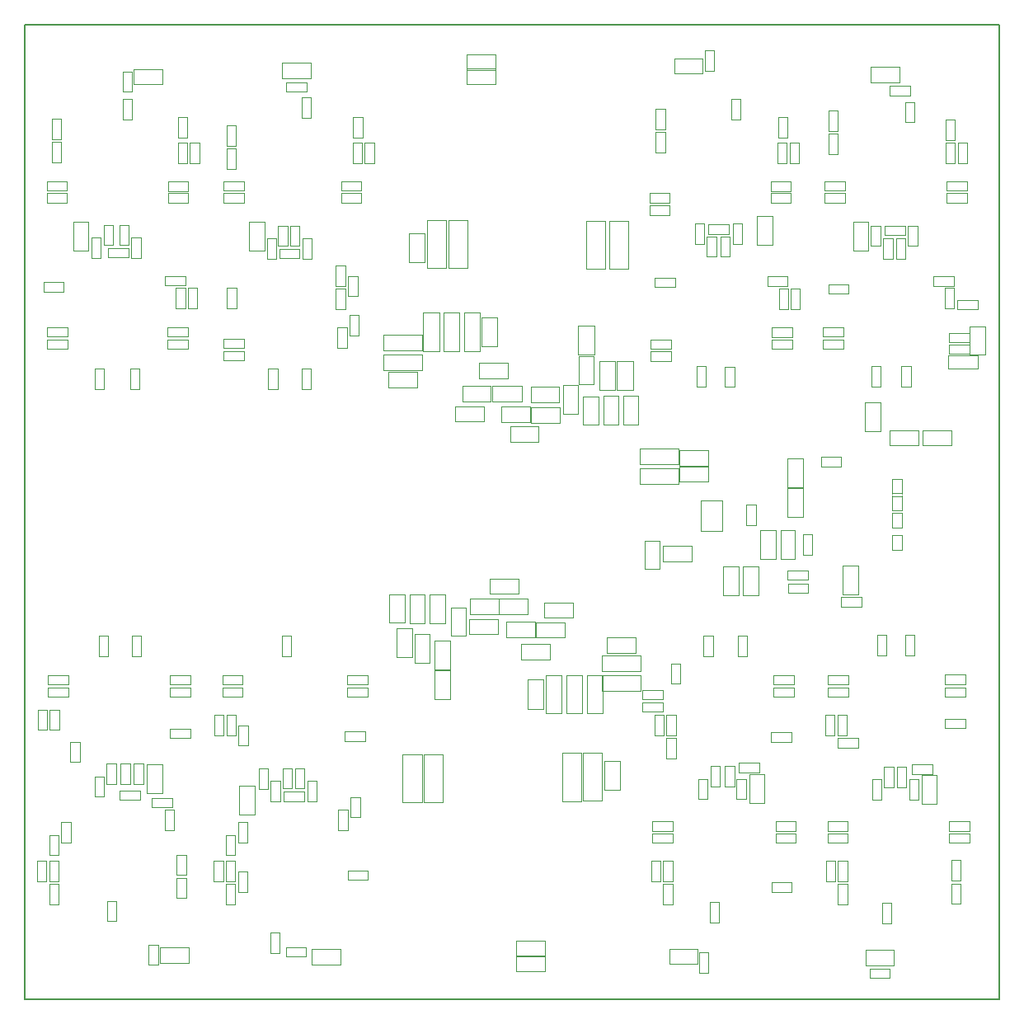
<source format=gbr>
G04 (created by PCBNEW (2013-05-16 BZR 4016)-stable) date 5. 1. 2014 18:13:07*
%MOIN*%
G04 Gerber Fmt 3.4, Leading zero omitted, Abs format*
%FSLAX34Y34*%
G01*
G70*
G90*
G04 APERTURE LIST*
%ADD10C,0.00590551*%
%ADD11C,0.002*%
G04 APERTURE END LIST*
G54D10*
X38779Y-61023D02*
X78149Y-61023D01*
X78149Y-61023D02*
X78149Y-21653D01*
X78149Y-21653D02*
X38779Y-21653D01*
X38779Y-21653D02*
X38779Y-61023D01*
G54D11*
X56666Y-29538D02*
X56666Y-31484D01*
X55892Y-31484D02*
X55892Y-29538D01*
X55892Y-29538D02*
X56666Y-29538D01*
X56666Y-31484D02*
X55892Y-31484D01*
X55800Y-29538D02*
X55800Y-31484D01*
X55026Y-31484D02*
X55026Y-29538D01*
X55026Y-29538D02*
X55800Y-29538D01*
X55800Y-31484D02*
X55026Y-31484D01*
X62237Y-29558D02*
X62237Y-31504D01*
X61463Y-31504D02*
X61463Y-29558D01*
X61463Y-29558D02*
X62237Y-29558D01*
X62237Y-31504D02*
X61463Y-31504D01*
X63162Y-29558D02*
X63162Y-31504D01*
X62388Y-31504D02*
X62388Y-29558D01*
X62388Y-29558D02*
X63162Y-29558D01*
X63162Y-31504D02*
X62388Y-31504D01*
X60498Y-53029D02*
X60498Y-51083D01*
X61272Y-51083D02*
X61272Y-53029D01*
X61272Y-53029D02*
X60498Y-53029D01*
X60498Y-51083D02*
X61272Y-51083D01*
X61325Y-53009D02*
X61325Y-51063D01*
X62099Y-51063D02*
X62099Y-53009D01*
X62099Y-53009D02*
X61325Y-53009D01*
X61325Y-51063D02*
X62099Y-51063D01*
X54888Y-53079D02*
X54888Y-51133D01*
X55662Y-51133D02*
X55662Y-53079D01*
X55662Y-53079D02*
X54888Y-53079D01*
X54888Y-51133D02*
X55662Y-51133D01*
X54042Y-53079D02*
X54042Y-51133D01*
X54816Y-51133D02*
X54816Y-53079D01*
X54816Y-53079D02*
X54042Y-53079D01*
X54042Y-51133D02*
X54816Y-51133D01*
X74215Y-41377D02*
X74215Y-41968D01*
X74215Y-41966D02*
X73835Y-41966D01*
X73835Y-41968D02*
X73835Y-41377D01*
X73835Y-41379D02*
X74215Y-41379D01*
X74215Y-40688D02*
X74215Y-41279D01*
X74215Y-41277D02*
X73835Y-41277D01*
X73835Y-41279D02*
X73835Y-40688D01*
X73835Y-40690D02*
X74215Y-40690D01*
X74225Y-42283D02*
X74225Y-42874D01*
X74225Y-42872D02*
X73845Y-42872D01*
X73845Y-42874D02*
X73845Y-42283D01*
X73845Y-42285D02*
X74225Y-42285D01*
X74215Y-40000D02*
X74215Y-40590D01*
X74215Y-40588D02*
X73835Y-40588D01*
X73835Y-40590D02*
X73835Y-40000D01*
X73835Y-40001D02*
X74215Y-40001D01*
X69894Y-42058D02*
X69894Y-43216D01*
X69894Y-43226D02*
X69337Y-43226D01*
X69337Y-43226D02*
X69337Y-42068D01*
X69337Y-42058D02*
X69894Y-42058D01*
X76113Y-34996D02*
X77271Y-34996D01*
X77281Y-34996D02*
X77281Y-35554D01*
X77281Y-35554D02*
X76123Y-35554D01*
X76113Y-35554D02*
X76113Y-34996D01*
X66099Y-42114D02*
X66099Y-40857D01*
X66099Y-40857D02*
X66951Y-40857D01*
X66951Y-40867D02*
X66951Y-42104D01*
X66951Y-42114D02*
X66099Y-42114D01*
X44338Y-24048D02*
X43180Y-24048D01*
X43180Y-24048D02*
X43180Y-23431D01*
X43180Y-23431D02*
X44338Y-23431D01*
X44338Y-23431D02*
X44338Y-24048D01*
X50332Y-23802D02*
X49174Y-23802D01*
X49174Y-23802D02*
X49174Y-23185D01*
X49174Y-23185D02*
X50332Y-23185D01*
X50332Y-23185D02*
X50332Y-23802D01*
X48448Y-29617D02*
X48448Y-30775D01*
X48448Y-30775D02*
X47831Y-30775D01*
X47831Y-30775D02*
X47831Y-29617D01*
X47831Y-29617D02*
X48448Y-29617D01*
X41331Y-29598D02*
X41331Y-30756D01*
X41331Y-30756D02*
X40715Y-30756D01*
X40715Y-30756D02*
X40715Y-29598D01*
X40715Y-29598D02*
X41331Y-29598D01*
X43707Y-52695D02*
X43707Y-51537D01*
X43707Y-51537D02*
X44324Y-51537D01*
X44324Y-51537D02*
X44324Y-52695D01*
X44324Y-52695D02*
X43707Y-52695D01*
X47437Y-53571D02*
X47437Y-52413D01*
X47437Y-52413D02*
X48054Y-52413D01*
X48054Y-52413D02*
X48054Y-53571D01*
X48054Y-53571D02*
X47437Y-53571D01*
X45391Y-59570D02*
X44233Y-59570D01*
X44233Y-59570D02*
X44233Y-58953D01*
X44233Y-58953D02*
X45391Y-58953D01*
X45391Y-58953D02*
X45391Y-59570D01*
X51523Y-59629D02*
X50365Y-59629D01*
X50365Y-59629D02*
X50365Y-59012D01*
X50365Y-59012D02*
X51523Y-59012D01*
X51523Y-59012D02*
X51523Y-59629D01*
X64814Y-58992D02*
X65972Y-58992D01*
X65972Y-58992D02*
X65972Y-59609D01*
X65972Y-59609D02*
X64814Y-59609D01*
X64814Y-59609D02*
X64814Y-58992D01*
X72747Y-59051D02*
X73905Y-59051D01*
X73905Y-59051D02*
X73905Y-59668D01*
X73905Y-59668D02*
X72747Y-59668D01*
X72747Y-59668D02*
X72747Y-59051D01*
X68057Y-53108D02*
X68057Y-51950D01*
X68057Y-51950D02*
X68674Y-51950D01*
X68674Y-51950D02*
X68674Y-53108D01*
X68674Y-53108D02*
X68057Y-53108D01*
X75016Y-53138D02*
X75016Y-51980D01*
X75016Y-51980D02*
X75633Y-51980D01*
X75633Y-51980D02*
X75633Y-53138D01*
X75633Y-53138D02*
X75016Y-53138D01*
X68989Y-29381D02*
X68989Y-30539D01*
X68989Y-30539D02*
X68372Y-30539D01*
X68372Y-30539D02*
X68372Y-29381D01*
X68372Y-29381D02*
X68989Y-29381D01*
X72867Y-29598D02*
X72867Y-30756D01*
X72867Y-30756D02*
X72250Y-30756D01*
X72250Y-30756D02*
X72250Y-29598D01*
X72250Y-29598D02*
X72867Y-29598D01*
X65021Y-22998D02*
X66179Y-22998D01*
X66179Y-22998D02*
X66179Y-23615D01*
X66179Y-23615D02*
X65021Y-23615D01*
X65021Y-23615D02*
X65021Y-22998D01*
X72974Y-23353D02*
X74132Y-23353D01*
X74132Y-23353D02*
X74132Y-23969D01*
X74132Y-23969D02*
X72974Y-23969D01*
X72974Y-23969D02*
X72974Y-23353D01*
X59091Y-49279D02*
X59091Y-48121D01*
X59091Y-48121D02*
X59727Y-48121D01*
X59727Y-48131D02*
X59727Y-49289D01*
X59727Y-49289D02*
X59091Y-49289D01*
X57240Y-34634D02*
X57240Y-33476D01*
X57240Y-33476D02*
X57877Y-33476D01*
X57877Y-33485D02*
X57877Y-34643D01*
X57877Y-34643D02*
X57240Y-34643D01*
X53476Y-35666D02*
X54634Y-35666D01*
X54634Y-35666D02*
X54634Y-36302D01*
X54624Y-36302D02*
X53466Y-36302D01*
X53466Y-36302D02*
X53466Y-35666D01*
X57803Y-24034D02*
X56645Y-24034D01*
X56645Y-24034D02*
X56645Y-23398D01*
X56655Y-23398D02*
X57813Y-23398D01*
X57813Y-23398D02*
X57813Y-24034D01*
X57803Y-23475D02*
X56645Y-23475D01*
X56645Y-23475D02*
X56645Y-22839D01*
X56655Y-22839D02*
X57813Y-22839D01*
X57813Y-22839D02*
X57813Y-23475D01*
X58633Y-58677D02*
X59791Y-58677D01*
X59791Y-58677D02*
X59791Y-59314D01*
X59781Y-59314D02*
X58623Y-59314D01*
X58623Y-59314D02*
X58623Y-58677D01*
X58633Y-59268D02*
X59791Y-59268D01*
X59791Y-59268D02*
X59791Y-59904D01*
X59781Y-59904D02*
X58623Y-59904D01*
X58623Y-59904D02*
X58623Y-59268D01*
X66386Y-39491D02*
X65228Y-39491D01*
X65228Y-39491D02*
X65228Y-38855D01*
X65237Y-38855D02*
X66395Y-38855D01*
X66395Y-38855D02*
X66395Y-39491D01*
X66386Y-40101D02*
X65228Y-40101D01*
X65228Y-40101D02*
X65228Y-39465D01*
X65237Y-39465D02*
X66395Y-39465D01*
X66395Y-39465D02*
X66395Y-40101D01*
X64578Y-42693D02*
X65736Y-42693D01*
X65736Y-42693D02*
X65736Y-43329D01*
X65726Y-43329D02*
X64568Y-43329D01*
X64568Y-43329D02*
X64568Y-42693D01*
X57940Y-44840D02*
X59098Y-44840D01*
X59098Y-44840D02*
X59098Y-45477D01*
X59088Y-45477D02*
X57930Y-45477D01*
X57930Y-45477D02*
X57930Y-44840D01*
X57909Y-45469D02*
X56751Y-45469D01*
X56751Y-45469D02*
X56751Y-44832D01*
X56760Y-44832D02*
X57918Y-44832D01*
X57918Y-44832D02*
X57918Y-45469D01*
X53796Y-47193D02*
X53796Y-46035D01*
X53796Y-46035D02*
X54432Y-46035D01*
X54432Y-46045D02*
X54432Y-47203D01*
X54432Y-47203D02*
X53796Y-47203D01*
X62181Y-52557D02*
X62181Y-51399D01*
X62181Y-51399D02*
X62818Y-51399D01*
X62818Y-51409D02*
X62818Y-52567D01*
X62818Y-52567D02*
X62181Y-52567D01*
X58854Y-46666D02*
X60012Y-46666D01*
X60012Y-46666D02*
X60012Y-47303D01*
X60002Y-47303D02*
X58844Y-47303D01*
X58844Y-47303D02*
X58844Y-46666D01*
X62295Y-46414D02*
X63453Y-46414D01*
X63453Y-46414D02*
X63453Y-47050D01*
X63443Y-47050D02*
X62285Y-47050D01*
X62285Y-47050D02*
X62285Y-46414D01*
X58243Y-45784D02*
X59401Y-45784D01*
X59401Y-45784D02*
X59401Y-46421D01*
X59391Y-46421D02*
X58233Y-46421D01*
X58233Y-46421D02*
X58233Y-45784D01*
X55963Y-47753D02*
X55963Y-48911D01*
X55963Y-48911D02*
X55326Y-48911D01*
X55326Y-48901D02*
X55326Y-47743D01*
X55326Y-47743D02*
X55963Y-47743D01*
X59201Y-37693D02*
X58043Y-37693D01*
X58043Y-37693D02*
X58043Y-37056D01*
X58052Y-37056D02*
X59210Y-37056D01*
X59210Y-37056D02*
X59210Y-37693D01*
X59247Y-37103D02*
X60405Y-37103D01*
X60405Y-37103D02*
X60405Y-37740D01*
X60395Y-37740D02*
X59237Y-37740D01*
X59237Y-37740D02*
X59237Y-37103D01*
X63349Y-35247D02*
X63349Y-36405D01*
X63349Y-36405D02*
X62713Y-36405D01*
X62713Y-36395D02*
X62713Y-35237D01*
X62713Y-35237D02*
X63349Y-35237D01*
X54924Y-30090D02*
X54924Y-31248D01*
X54924Y-31248D02*
X54288Y-31248D01*
X54288Y-31238D02*
X54288Y-30080D01*
X54288Y-30080D02*
X54924Y-30080D01*
X58303Y-35953D02*
X57145Y-35953D01*
X57145Y-35953D02*
X57145Y-35316D01*
X57154Y-35316D02*
X58312Y-35316D01*
X58312Y-35316D02*
X58312Y-35953D01*
X58838Y-36866D02*
X57680Y-36866D01*
X57680Y-36866D02*
X57680Y-36229D01*
X57689Y-36229D02*
X58847Y-36229D01*
X58847Y-36229D02*
X58847Y-36866D01*
X61145Y-34978D02*
X61145Y-33820D01*
X61145Y-33820D02*
X61782Y-33820D01*
X61782Y-33829D02*
X61782Y-34987D01*
X61782Y-34987D02*
X61145Y-34987D01*
X63633Y-39563D02*
X65185Y-39563D01*
X65185Y-40199D02*
X63633Y-40199D01*
X63633Y-40199D02*
X63633Y-39563D01*
X65185Y-39563D02*
X65185Y-40199D01*
X63633Y-38756D02*
X65185Y-38756D01*
X65185Y-39392D02*
X63633Y-39392D01*
X63633Y-39392D02*
X63633Y-38756D01*
X65185Y-38756D02*
X65185Y-39392D01*
X60475Y-47924D02*
X60475Y-49476D01*
X59839Y-49476D02*
X59839Y-47924D01*
X59839Y-47924D02*
X60475Y-47924D01*
X60475Y-49476D02*
X59839Y-49476D01*
X61302Y-47924D02*
X61302Y-49476D01*
X60666Y-49476D02*
X60666Y-47924D01*
X60666Y-47924D02*
X61302Y-47924D01*
X61302Y-49476D02*
X60666Y-49476D01*
X62129Y-47924D02*
X62129Y-49476D01*
X61492Y-49476D02*
X61492Y-47924D01*
X61492Y-47924D02*
X62129Y-47924D01*
X62129Y-49476D02*
X61492Y-49476D01*
X62098Y-47949D02*
X63650Y-47949D01*
X63650Y-48585D02*
X62098Y-48585D01*
X62098Y-48585D02*
X62098Y-47949D01*
X63650Y-47949D02*
X63650Y-48585D01*
X62098Y-47122D02*
X63650Y-47122D01*
X63650Y-47759D02*
X62098Y-47759D01*
X62098Y-47759D02*
X62098Y-47122D01*
X63650Y-47122D02*
X63650Y-47759D01*
X56532Y-34831D02*
X56532Y-33279D01*
X57168Y-33279D02*
X57168Y-34831D01*
X57168Y-34831D02*
X56532Y-34831D01*
X56532Y-33279D02*
X57168Y-33279D01*
X55705Y-34831D02*
X55705Y-33279D01*
X56341Y-33279D02*
X56341Y-34831D01*
X56341Y-34831D02*
X55705Y-34831D01*
X55705Y-33279D02*
X56341Y-33279D01*
X54878Y-34831D02*
X54878Y-33279D01*
X55514Y-33279D02*
X55514Y-34831D01*
X55514Y-34831D02*
X54878Y-34831D01*
X54878Y-33279D02*
X55514Y-33279D01*
X54831Y-34806D02*
X53279Y-34806D01*
X53279Y-34170D02*
X54831Y-34170D01*
X54831Y-34170D02*
X54831Y-34806D01*
X53279Y-34806D02*
X53279Y-34170D01*
X54831Y-35593D02*
X53279Y-35593D01*
X53279Y-34957D02*
X54831Y-34957D01*
X54831Y-34957D02*
X54831Y-35593D01*
X53279Y-35593D02*
X53279Y-34957D01*
X68418Y-43535D02*
X68418Y-44693D01*
X68418Y-44693D02*
X67801Y-44693D01*
X67801Y-44693D02*
X67801Y-43535D01*
X67801Y-43535D02*
X68418Y-43535D01*
X67621Y-43535D02*
X67621Y-44693D01*
X67621Y-44693D02*
X67004Y-44693D01*
X67004Y-44693D02*
X67004Y-43535D01*
X67004Y-43535D02*
X67621Y-43535D01*
X72453Y-43515D02*
X72453Y-44673D01*
X72453Y-44673D02*
X71837Y-44673D01*
X71837Y-44673D02*
X71837Y-43515D01*
X71837Y-43515D02*
X72453Y-43515D01*
X68510Y-43226D02*
X68510Y-42068D01*
X68510Y-42068D02*
X69127Y-42068D01*
X69127Y-42068D02*
X69127Y-43226D01*
X69127Y-43226D02*
X68510Y-43226D01*
X76975Y-34988D02*
X76975Y-33830D01*
X76975Y-33830D02*
X77591Y-33830D01*
X77591Y-33830D02*
X77591Y-34988D01*
X77591Y-34988D02*
X76975Y-34988D01*
X73359Y-36901D02*
X73359Y-38059D01*
X73359Y-38059D02*
X72742Y-38059D01*
X72742Y-38059D02*
X72742Y-36901D01*
X72742Y-36901D02*
X73359Y-36901D01*
X75070Y-38038D02*
X76228Y-38038D01*
X76228Y-38038D02*
X76228Y-38654D01*
X76228Y-38654D02*
X75070Y-38654D01*
X75070Y-38654D02*
X75070Y-38038D01*
X74890Y-38654D02*
X73732Y-38654D01*
X73732Y-38654D02*
X73732Y-38038D01*
X73732Y-38038D02*
X74890Y-38038D01*
X74890Y-38038D02*
X74890Y-38654D01*
X70219Y-39184D02*
X70219Y-40342D01*
X70219Y-40342D02*
X69603Y-40342D01*
X69603Y-40342D02*
X69603Y-39184D01*
X69603Y-39184D02*
X70219Y-39184D01*
X70219Y-40385D02*
X70219Y-41543D01*
X70219Y-41543D02*
X69603Y-41543D01*
X69603Y-41543D02*
X69603Y-40385D01*
X69603Y-40385D02*
X70219Y-40385D01*
X64442Y-42491D02*
X64442Y-43649D01*
X64442Y-43649D02*
X63825Y-43649D01*
X63825Y-43649D02*
X63825Y-42491D01*
X63825Y-42491D02*
X64442Y-42491D01*
X56611Y-45194D02*
X56611Y-46352D01*
X56611Y-46352D02*
X55994Y-46352D01*
X55994Y-46352D02*
X55994Y-45194D01*
X55994Y-45194D02*
X56611Y-45194D01*
X54521Y-47438D02*
X54521Y-46280D01*
X54521Y-46280D02*
X55138Y-46280D01*
X55138Y-46280D02*
X55138Y-47438D01*
X55138Y-47438D02*
X54521Y-47438D01*
X54324Y-45824D02*
X54324Y-44666D01*
X54324Y-44666D02*
X54941Y-44666D01*
X54941Y-44666D02*
X54941Y-45824D01*
X54941Y-45824D02*
X54324Y-45824D01*
X57574Y-44031D02*
X58732Y-44031D01*
X58732Y-44031D02*
X58732Y-44648D01*
X58732Y-44648D02*
X57574Y-44648D01*
X57574Y-44648D02*
X57574Y-44031D01*
X54119Y-44662D02*
X54119Y-45820D01*
X54119Y-45820D02*
X53502Y-45820D01*
X53502Y-45820D02*
X53502Y-44662D01*
X53502Y-44662D02*
X54119Y-44662D01*
X55131Y-45824D02*
X55131Y-44666D01*
X55131Y-44666D02*
X55748Y-44666D01*
X55748Y-44666D02*
X55748Y-45824D01*
X55748Y-45824D02*
X55131Y-45824D01*
X55961Y-46532D02*
X55961Y-47690D01*
X55961Y-47690D02*
X55344Y-47690D01*
X55344Y-47690D02*
X55344Y-46532D01*
X55344Y-46532D02*
X55961Y-46532D01*
X59779Y-44995D02*
X60937Y-44995D01*
X60937Y-44995D02*
X60937Y-45612D01*
X60937Y-45612D02*
X59779Y-45612D01*
X59779Y-45612D02*
X59779Y-44995D01*
X59440Y-45794D02*
X60598Y-45794D01*
X60598Y-45794D02*
X60598Y-46411D01*
X60598Y-46411D02*
X59440Y-46411D01*
X59440Y-46411D02*
X59440Y-45794D01*
X57890Y-46278D02*
X56732Y-46278D01*
X56732Y-46278D02*
X56732Y-45661D01*
X56732Y-45661D02*
X57890Y-45661D01*
X57890Y-45661D02*
X57890Y-46278D01*
X60525Y-37379D02*
X60525Y-36221D01*
X60525Y-36221D02*
X61142Y-36221D01*
X61142Y-36221D02*
X61142Y-37379D01*
X61142Y-37379D02*
X60525Y-37379D01*
X62615Y-35233D02*
X62615Y-36391D01*
X62615Y-36391D02*
X61998Y-36391D01*
X61998Y-36391D02*
X61998Y-35233D01*
X61998Y-35233D02*
X62615Y-35233D01*
X62772Y-36631D02*
X62772Y-37789D01*
X62772Y-37789D02*
X62155Y-37789D01*
X62155Y-37789D02*
X62155Y-36631D01*
X62155Y-36631D02*
X62772Y-36631D01*
X59543Y-38502D02*
X58385Y-38502D01*
X58385Y-38502D02*
X58385Y-37885D01*
X58385Y-37885D02*
X59543Y-37885D01*
X59543Y-37885D02*
X59543Y-38502D01*
X62958Y-37793D02*
X62958Y-36635D01*
X62958Y-36635D02*
X63575Y-36635D01*
X63575Y-36635D02*
X63575Y-37793D01*
X63575Y-37793D02*
X62958Y-37793D01*
X61953Y-36662D02*
X61953Y-37820D01*
X61953Y-37820D02*
X61336Y-37820D01*
X61336Y-37820D02*
X61336Y-36662D01*
X61336Y-36662D02*
X61953Y-36662D01*
X61147Y-36186D02*
X61147Y-35028D01*
X61147Y-35028D02*
X61764Y-35028D01*
X61764Y-35028D02*
X61764Y-36186D01*
X61764Y-36186D02*
X61147Y-36186D01*
X57327Y-37683D02*
X56169Y-37683D01*
X56169Y-37683D02*
X56169Y-37066D01*
X56169Y-37066D02*
X57327Y-37066D01*
X57327Y-37066D02*
X57327Y-37683D01*
X57606Y-36856D02*
X56448Y-36856D01*
X56448Y-36856D02*
X56448Y-36239D01*
X56448Y-36239D02*
X57606Y-36239D01*
X57606Y-36239D02*
X57606Y-36856D01*
X59220Y-36287D02*
X60378Y-36287D01*
X60378Y-36287D02*
X60378Y-36904D01*
X60378Y-36904D02*
X59220Y-36904D01*
X59220Y-36904D02*
X59220Y-36287D01*
X70613Y-42235D02*
X70613Y-43059D01*
X70613Y-43059D02*
X70233Y-43059D01*
X70233Y-43059D02*
X70233Y-42235D01*
X70233Y-42235D02*
X70613Y-42235D01*
X71773Y-44780D02*
X72596Y-44780D01*
X72596Y-44780D02*
X72596Y-45160D01*
X72596Y-45160D02*
X71773Y-45160D01*
X71773Y-45160D02*
X71773Y-44780D01*
X69617Y-44239D02*
X70441Y-44239D01*
X70441Y-44239D02*
X70441Y-44619D01*
X70441Y-44619D02*
X69617Y-44619D01*
X69617Y-44619D02*
X69617Y-44239D01*
X43556Y-51507D02*
X43556Y-52330D01*
X43556Y-52330D02*
X43176Y-52330D01*
X43176Y-52330D02*
X43176Y-51507D01*
X43176Y-51507D02*
X43556Y-51507D01*
X49233Y-52644D02*
X50057Y-52644D01*
X50057Y-52644D02*
X50057Y-53024D01*
X50057Y-53024D02*
X49233Y-53024D01*
X49233Y-53024D02*
X49233Y-52644D01*
X44156Y-58830D02*
X44156Y-59653D01*
X44156Y-59653D02*
X43776Y-59653D01*
X43776Y-59653D02*
X43776Y-58830D01*
X43776Y-58830D02*
X44156Y-58830D01*
X50145Y-59314D02*
X49322Y-59314D01*
X49322Y-59314D02*
X49322Y-58934D01*
X49322Y-58934D02*
X50145Y-58934D01*
X50145Y-58934D02*
X50145Y-59314D01*
X68462Y-51863D02*
X67639Y-51863D01*
X67639Y-51863D02*
X67639Y-51483D01*
X67639Y-51483D02*
X68462Y-51483D01*
X68462Y-51483D02*
X68462Y-51863D01*
X75460Y-51922D02*
X74637Y-51922D01*
X74637Y-51922D02*
X74637Y-51542D01*
X74637Y-51542D02*
X75460Y-51542D01*
X75460Y-51542D02*
X75460Y-51922D01*
X66410Y-59155D02*
X66410Y-59978D01*
X66410Y-59978D02*
X66030Y-59978D01*
X66030Y-59978D02*
X66030Y-59155D01*
X66030Y-59155D02*
X66410Y-59155D01*
X73738Y-60170D02*
X72915Y-60170D01*
X72915Y-60170D02*
X72915Y-59790D01*
X72915Y-59790D02*
X73738Y-59790D01*
X73738Y-59790D02*
X73738Y-60170D01*
X73525Y-29770D02*
X74348Y-29770D01*
X74348Y-29770D02*
X74348Y-30150D01*
X74348Y-30150D02*
X73525Y-30150D01*
X73525Y-30150D02*
X73525Y-29770D01*
X67222Y-30091D02*
X66399Y-30091D01*
X66399Y-30091D02*
X66399Y-29711D01*
X66399Y-29711D02*
X67222Y-29711D01*
X67222Y-29711D02*
X67222Y-30091D01*
X73732Y-24111D02*
X74555Y-24111D01*
X74555Y-24111D02*
X74555Y-24491D01*
X74555Y-24491D02*
X73732Y-24491D01*
X73732Y-24491D02*
X73732Y-24111D01*
X66266Y-23512D02*
X66266Y-22688D01*
X66266Y-22688D02*
X66646Y-22688D01*
X66646Y-22688D02*
X66646Y-23512D01*
X66646Y-23512D02*
X66266Y-23512D01*
X49880Y-31075D02*
X49056Y-31075D01*
X49056Y-31075D02*
X49056Y-30695D01*
X49056Y-30695D02*
X49880Y-30695D01*
X49880Y-30695D02*
X49880Y-31075D01*
X42127Y-30656D02*
X42951Y-30656D01*
X42951Y-30656D02*
X42951Y-31036D01*
X42951Y-31036D02*
X42127Y-31036D01*
X42127Y-31036D02*
X42127Y-30656D01*
X49332Y-23963D02*
X50155Y-23963D01*
X50155Y-23963D02*
X50155Y-24343D01*
X50155Y-24343D02*
X49332Y-24343D01*
X49332Y-24343D02*
X49332Y-23963D01*
X43103Y-23525D02*
X43103Y-24348D01*
X43103Y-24348D02*
X42723Y-24348D01*
X42723Y-24348D02*
X42723Y-23525D01*
X42723Y-23525D02*
X43103Y-23525D01*
X68319Y-41045D02*
X68319Y-41868D01*
X68319Y-41868D02*
X67939Y-41868D01*
X67939Y-41868D02*
X67939Y-41045D01*
X67939Y-41045D02*
X68319Y-41045D01*
X70956Y-39111D02*
X71779Y-39111D01*
X71779Y-39111D02*
X71779Y-39491D01*
X71779Y-39491D02*
X70956Y-39491D01*
X70956Y-39491D02*
X70956Y-39111D01*
X41758Y-47163D02*
X41758Y-46340D01*
X41758Y-46340D02*
X42138Y-46340D01*
X42138Y-46340D02*
X42138Y-47163D01*
X42138Y-47163D02*
X41758Y-47163D01*
X40987Y-50631D02*
X40987Y-51454D01*
X40987Y-51454D02*
X40607Y-51454D01*
X40607Y-51454D02*
X40607Y-50631D01*
X40607Y-50631D02*
X40987Y-50631D01*
X40529Y-48812D02*
X39706Y-48812D01*
X39706Y-48812D02*
X39706Y-48432D01*
X39706Y-48432D02*
X40529Y-48432D01*
X40529Y-48432D02*
X40529Y-48812D01*
X43423Y-52975D02*
X42600Y-52975D01*
X42600Y-52975D02*
X42600Y-52595D01*
X42600Y-52595D02*
X43423Y-52595D01*
X43423Y-52595D02*
X43423Y-52975D01*
X44627Y-48432D02*
X45451Y-48432D01*
X45451Y-48432D02*
X45451Y-48812D01*
X45451Y-48812D02*
X44627Y-48812D01*
X44627Y-48812D02*
X44627Y-48432D01*
X44627Y-50105D02*
X45451Y-50105D01*
X45451Y-50105D02*
X45451Y-50485D01*
X45451Y-50485D02*
X44627Y-50485D01*
X44627Y-50485D02*
X44627Y-50105D01*
X43024Y-51517D02*
X43024Y-52340D01*
X43024Y-52340D02*
X42644Y-52340D01*
X42644Y-52340D02*
X42644Y-51517D01*
X42644Y-51517D02*
X43024Y-51517D01*
X42453Y-51517D02*
X42453Y-52340D01*
X42453Y-52340D02*
X42073Y-52340D01*
X42073Y-52340D02*
X42073Y-51517D01*
X42073Y-51517D02*
X42453Y-51517D01*
X40160Y-49322D02*
X40160Y-50145D01*
X40160Y-50145D02*
X39780Y-50145D01*
X39780Y-50145D02*
X39780Y-49322D01*
X39780Y-49322D02*
X40160Y-49322D01*
X40529Y-48319D02*
X39706Y-48319D01*
X39706Y-48319D02*
X39706Y-47939D01*
X39706Y-47939D02*
X40529Y-47939D01*
X40529Y-47939D02*
X40529Y-48319D01*
X44627Y-47939D02*
X45451Y-47939D01*
X45451Y-47939D02*
X45451Y-48319D01*
X45451Y-48319D02*
X44627Y-48319D01*
X44627Y-48319D02*
X44627Y-47939D01*
X51704Y-50213D02*
X52527Y-50213D01*
X52527Y-50213D02*
X52527Y-50593D01*
X52527Y-50593D02*
X51704Y-50593D01*
X51704Y-50593D02*
X51704Y-50213D01*
X47577Y-48812D02*
X46753Y-48812D01*
X46753Y-48812D02*
X46753Y-48432D01*
X46753Y-48432D02*
X47577Y-48432D01*
X47577Y-48432D02*
X47577Y-48812D01*
X48595Y-51704D02*
X48595Y-52527D01*
X48595Y-52527D02*
X48215Y-52527D01*
X48215Y-52527D02*
X48215Y-51704D01*
X48215Y-51704D02*
X48595Y-51704D01*
X49160Y-47163D02*
X49160Y-46340D01*
X49160Y-46340D02*
X49540Y-46340D01*
X49540Y-46340D02*
X49540Y-47163D01*
X49540Y-47163D02*
X49160Y-47163D01*
X51812Y-48432D02*
X52636Y-48432D01*
X52636Y-48432D02*
X52636Y-48812D01*
X52636Y-48812D02*
X51812Y-48812D01*
X51812Y-48812D02*
X51812Y-48432D01*
X47788Y-49962D02*
X47788Y-50785D01*
X47788Y-50785D02*
X47408Y-50785D01*
X47408Y-50785D02*
X47408Y-49962D01*
X47408Y-49962D02*
X47788Y-49962D01*
X50071Y-51694D02*
X50071Y-52517D01*
X50071Y-52517D02*
X49691Y-52517D01*
X49691Y-52517D02*
X49691Y-51694D01*
X49691Y-51694D02*
X50071Y-51694D01*
X49579Y-51694D02*
X49579Y-52517D01*
X49579Y-52517D02*
X49199Y-52517D01*
X49199Y-52517D02*
X49199Y-51694D01*
X49199Y-51694D02*
X49579Y-51694D01*
X47296Y-49548D02*
X47296Y-50372D01*
X47296Y-50372D02*
X46916Y-50372D01*
X46916Y-50372D02*
X46916Y-49548D01*
X46916Y-49548D02*
X47296Y-49548D01*
X47577Y-48319D02*
X46753Y-48319D01*
X46753Y-48319D02*
X46753Y-47939D01*
X46753Y-47939D02*
X47577Y-47939D01*
X47577Y-47939D02*
X47577Y-48319D01*
X51812Y-47939D02*
X52636Y-47939D01*
X52636Y-47939D02*
X52636Y-48319D01*
X52636Y-48319D02*
X51812Y-48319D01*
X51812Y-48319D02*
X51812Y-47939D01*
X42473Y-57058D02*
X42473Y-57882D01*
X42473Y-57882D02*
X42093Y-57882D01*
X42093Y-57882D02*
X42093Y-57058D01*
X42093Y-57058D02*
X42473Y-57058D01*
X39750Y-57203D02*
X39750Y-56379D01*
X39750Y-56379D02*
X40130Y-56379D01*
X40130Y-56379D02*
X40130Y-57203D01*
X40130Y-57203D02*
X39750Y-57203D01*
X39750Y-55214D02*
X39750Y-54391D01*
X39750Y-54391D02*
X40130Y-54391D01*
X40130Y-54391D02*
X40130Y-55214D01*
X40130Y-55214D02*
X39750Y-55214D01*
X41581Y-52852D02*
X41581Y-52029D01*
X41581Y-52029D02*
X41961Y-52029D01*
X41961Y-52029D02*
X41961Y-52852D01*
X41961Y-52852D02*
X41581Y-52852D01*
X43909Y-52890D02*
X44732Y-52890D01*
X44732Y-52890D02*
X44732Y-53270D01*
X44732Y-53270D02*
X43909Y-53270D01*
X43909Y-53270D02*
X43909Y-52890D01*
X43097Y-47163D02*
X43097Y-46340D01*
X43097Y-46340D02*
X43477Y-46340D01*
X43477Y-46340D02*
X43477Y-47163D01*
X43477Y-47163D02*
X43097Y-47163D01*
X44908Y-56947D02*
X44908Y-56123D01*
X44908Y-56123D02*
X45288Y-56123D01*
X45288Y-56123D02*
X45288Y-56947D01*
X45288Y-56947D02*
X44908Y-56947D01*
X45288Y-55198D02*
X45288Y-56021D01*
X45288Y-56021D02*
X44908Y-56021D01*
X44908Y-56021D02*
X44908Y-55198D01*
X44908Y-55198D02*
X45288Y-55198D01*
X40130Y-55454D02*
X40130Y-56277D01*
X40130Y-56277D02*
X39750Y-56277D01*
X39750Y-56277D02*
X39750Y-55454D01*
X39750Y-55454D02*
X40130Y-55454D01*
X40623Y-53879D02*
X40623Y-54703D01*
X40623Y-54703D02*
X40243Y-54703D01*
X40243Y-54703D02*
X40243Y-53879D01*
X40243Y-53879D02*
X40623Y-53879D01*
X44432Y-54191D02*
X44432Y-53367D01*
X44432Y-53367D02*
X44812Y-53367D01*
X44812Y-53367D02*
X44812Y-54191D01*
X44812Y-54191D02*
X44432Y-54191D01*
X51822Y-55823D02*
X52645Y-55823D01*
X52645Y-55823D02*
X52645Y-56203D01*
X52645Y-56203D02*
X51822Y-56203D01*
X51822Y-56203D02*
X51822Y-55823D01*
X46896Y-57203D02*
X46896Y-56379D01*
X46896Y-56379D02*
X47276Y-56379D01*
X47276Y-56379D02*
X47276Y-57203D01*
X47276Y-57203D02*
X46896Y-57203D01*
X46896Y-55214D02*
X46896Y-54391D01*
X46896Y-54391D02*
X47276Y-54391D01*
X47276Y-54391D02*
X47276Y-55214D01*
X47276Y-55214D02*
X46896Y-55214D01*
X50184Y-53029D02*
X50184Y-52206D01*
X50184Y-52206D02*
X50564Y-52206D01*
X50564Y-52206D02*
X50564Y-53029D01*
X50564Y-53029D02*
X50184Y-53029D01*
X52315Y-52856D02*
X52315Y-53679D01*
X52315Y-53679D02*
X51935Y-53679D01*
X51935Y-53679D02*
X51935Y-52856D01*
X51935Y-52856D02*
X52315Y-52856D01*
X47768Y-55867D02*
X47768Y-56691D01*
X47768Y-56691D02*
X47388Y-56691D01*
X47388Y-56691D02*
X47388Y-55867D01*
X47388Y-55867D02*
X47768Y-55867D01*
X48707Y-53029D02*
X48707Y-52206D01*
X48707Y-52206D02*
X49087Y-52206D01*
X49087Y-52206D02*
X49087Y-53029D01*
X49087Y-53029D02*
X48707Y-53029D01*
X49077Y-58338D02*
X49077Y-59161D01*
X49077Y-59161D02*
X48697Y-59161D01*
X48697Y-59161D02*
X48697Y-58338D01*
X48697Y-58338D02*
X49077Y-58338D01*
X47276Y-55454D02*
X47276Y-56277D01*
X47276Y-56277D02*
X46896Y-56277D01*
X46896Y-56277D02*
X46896Y-55454D01*
X46896Y-55454D02*
X47276Y-55454D01*
X47768Y-53879D02*
X47768Y-54703D01*
X47768Y-54703D02*
X47388Y-54703D01*
X47388Y-54703D02*
X47388Y-53879D01*
X47388Y-53879D02*
X47768Y-53879D01*
X51443Y-54191D02*
X51443Y-53367D01*
X51443Y-53367D02*
X51823Y-53367D01*
X51823Y-53367D02*
X51823Y-54191D01*
X51823Y-54191D02*
X51443Y-54191D01*
X67546Y-52951D02*
X67546Y-52127D01*
X67546Y-52127D02*
X67926Y-52127D01*
X67926Y-52127D02*
X67926Y-52951D01*
X67926Y-52951D02*
X67546Y-52951D01*
X64565Y-48910D02*
X63741Y-48910D01*
X63741Y-48910D02*
X63741Y-48530D01*
X63741Y-48530D02*
X64565Y-48530D01*
X64565Y-48530D02*
X64565Y-48910D01*
X67585Y-47163D02*
X67585Y-46340D01*
X67585Y-46340D02*
X67965Y-46340D01*
X67965Y-46340D02*
X67965Y-47163D01*
X67965Y-47163D02*
X67585Y-47163D01*
X66207Y-47163D02*
X66207Y-46340D01*
X66207Y-46340D02*
X66587Y-46340D01*
X66587Y-46340D02*
X66587Y-47163D01*
X66587Y-47163D02*
X66207Y-47163D01*
X69037Y-48432D02*
X69860Y-48432D01*
X69860Y-48432D02*
X69860Y-48812D01*
X69860Y-48812D02*
X69037Y-48812D01*
X69037Y-48812D02*
X69037Y-48432D01*
X64711Y-51297D02*
X64711Y-50474D01*
X64711Y-50474D02*
X65091Y-50474D01*
X65091Y-50474D02*
X65091Y-51297D01*
X65091Y-51297D02*
X64711Y-51297D01*
X67453Y-51615D02*
X67453Y-52439D01*
X67453Y-52439D02*
X67073Y-52439D01*
X67073Y-52439D02*
X67073Y-51615D01*
X67073Y-51615D02*
X67453Y-51615D01*
X66863Y-51615D02*
X66863Y-52439D01*
X66863Y-52439D02*
X66483Y-52439D01*
X66483Y-52439D02*
X66483Y-51615D01*
X66483Y-51615D02*
X66863Y-51615D01*
X65091Y-49548D02*
X65091Y-50372D01*
X65091Y-50372D02*
X64711Y-50372D01*
X64711Y-50372D02*
X64711Y-49548D01*
X64711Y-49548D02*
X65091Y-49548D01*
X64888Y-48285D02*
X64888Y-47462D01*
X64888Y-47462D02*
X65268Y-47462D01*
X65268Y-47462D02*
X65268Y-48285D01*
X65268Y-48285D02*
X64888Y-48285D01*
X69037Y-47939D02*
X69860Y-47939D01*
X69860Y-47939D02*
X69860Y-48319D01*
X69860Y-48319D02*
X69037Y-48319D01*
X69037Y-48319D02*
X69037Y-47939D01*
X74514Y-52970D02*
X74514Y-52147D01*
X74514Y-52147D02*
X74894Y-52147D01*
X74894Y-52147D02*
X74894Y-52970D01*
X74894Y-52970D02*
X74514Y-52970D01*
X74357Y-47143D02*
X74357Y-46320D01*
X74357Y-46320D02*
X74737Y-46320D01*
X74737Y-46320D02*
X74737Y-47143D01*
X74737Y-47143D02*
X74357Y-47143D01*
X72065Y-48812D02*
X71241Y-48812D01*
X71241Y-48812D02*
X71241Y-48432D01*
X71241Y-48432D02*
X72065Y-48432D01*
X72065Y-48432D02*
X72065Y-48812D01*
X73215Y-47143D02*
X73215Y-46320D01*
X73215Y-46320D02*
X73595Y-46320D01*
X73595Y-46320D02*
X73595Y-47143D01*
X73595Y-47143D02*
X73215Y-47143D01*
X75966Y-48432D02*
X76789Y-48432D01*
X76789Y-48432D02*
X76789Y-48812D01*
X76789Y-48812D02*
X75966Y-48812D01*
X75966Y-48812D02*
X75966Y-48432D01*
X72449Y-50859D02*
X71625Y-50859D01*
X71625Y-50859D02*
X71625Y-50479D01*
X71625Y-50479D02*
X72449Y-50479D01*
X72449Y-50479D02*
X72449Y-50859D01*
X74402Y-51635D02*
X74402Y-52458D01*
X74402Y-52458D02*
X74022Y-52458D01*
X74022Y-52458D02*
X74022Y-51635D01*
X74022Y-51635D02*
X74402Y-51635D01*
X73890Y-51635D02*
X73890Y-52458D01*
X73890Y-52458D02*
X73510Y-52458D01*
X73510Y-52458D02*
X73510Y-51635D01*
X73510Y-51635D02*
X73890Y-51635D01*
X72001Y-49548D02*
X72001Y-50372D01*
X72001Y-50372D02*
X71621Y-50372D01*
X71621Y-50372D02*
X71621Y-49548D01*
X71621Y-49548D02*
X72001Y-49548D01*
X72065Y-48319D02*
X71241Y-48319D01*
X71241Y-48319D02*
X71241Y-47939D01*
X71241Y-47939D02*
X72065Y-47939D01*
X72065Y-47939D02*
X72065Y-48319D01*
X75966Y-47920D02*
X76789Y-47920D01*
X76789Y-47920D02*
X76789Y-48300D01*
X76789Y-48300D02*
X75966Y-48300D01*
X75966Y-48300D02*
X75966Y-47920D01*
X68948Y-56315D02*
X69771Y-56315D01*
X69771Y-56315D02*
X69771Y-56695D01*
X69771Y-56695D02*
X68948Y-56695D01*
X68948Y-56695D02*
X68948Y-56315D01*
X64565Y-49402D02*
X63741Y-49402D01*
X63741Y-49402D02*
X63741Y-49022D01*
X63741Y-49022D02*
X64565Y-49022D01*
X64565Y-49022D02*
X64565Y-49402D01*
X64958Y-54717D02*
X64135Y-54717D01*
X64135Y-54717D02*
X64135Y-54337D01*
X64135Y-54337D02*
X64958Y-54337D01*
X64958Y-54337D02*
X64958Y-54717D01*
X65991Y-52951D02*
X65991Y-52127D01*
X65991Y-52127D02*
X66371Y-52127D01*
X66371Y-52127D02*
X66371Y-52951D01*
X66371Y-52951D02*
X65991Y-52951D01*
X69115Y-54337D02*
X69939Y-54337D01*
X69939Y-54337D02*
X69939Y-54717D01*
X69939Y-54717D02*
X69115Y-54717D01*
X69115Y-54717D02*
X69115Y-54337D01*
X64573Y-57203D02*
X64573Y-56379D01*
X64573Y-56379D02*
X64953Y-56379D01*
X64953Y-56379D02*
X64953Y-57203D01*
X64953Y-57203D02*
X64573Y-57203D01*
X68928Y-50252D02*
X69752Y-50252D01*
X69752Y-50252D02*
X69752Y-50632D01*
X69752Y-50632D02*
X68928Y-50632D01*
X68928Y-50632D02*
X68928Y-50252D01*
X66839Y-57119D02*
X66839Y-57943D01*
X66839Y-57943D02*
X66459Y-57943D01*
X66459Y-57943D02*
X66459Y-57119D01*
X66459Y-57119D02*
X66839Y-57119D01*
X64953Y-55454D02*
X64953Y-56277D01*
X64953Y-56277D02*
X64573Y-56277D01*
X64573Y-56277D02*
X64573Y-55454D01*
X64573Y-55454D02*
X64953Y-55454D01*
X64958Y-54225D02*
X64135Y-54225D01*
X64135Y-54225D02*
X64135Y-53845D01*
X64135Y-53845D02*
X64958Y-53845D01*
X64958Y-53845D02*
X64958Y-54225D01*
X69115Y-53845D02*
X69939Y-53845D01*
X69939Y-53845D02*
X69939Y-54225D01*
X69939Y-54225D02*
X69115Y-54225D01*
X69115Y-54225D02*
X69115Y-53845D01*
X73800Y-57135D02*
X73800Y-57958D01*
X73800Y-57958D02*
X73420Y-57958D01*
X73420Y-57958D02*
X73420Y-57135D01*
X73420Y-57135D02*
X73800Y-57135D01*
X76227Y-57183D02*
X76227Y-56359D01*
X76227Y-56359D02*
X76607Y-56359D01*
X76607Y-56359D02*
X76607Y-57183D01*
X76607Y-57183D02*
X76227Y-57183D01*
X72045Y-54717D02*
X71222Y-54717D01*
X71222Y-54717D02*
X71222Y-54337D01*
X71222Y-54337D02*
X72045Y-54337D01*
X72045Y-54337D02*
X72045Y-54717D01*
X73018Y-52970D02*
X73018Y-52147D01*
X73018Y-52147D02*
X73398Y-52147D01*
X73398Y-52147D02*
X73398Y-52970D01*
X73398Y-52970D02*
X73018Y-52970D01*
X76123Y-54337D02*
X76947Y-54337D01*
X76947Y-54337D02*
X76947Y-54717D01*
X76947Y-54717D02*
X76123Y-54717D01*
X76123Y-54717D02*
X76123Y-54337D01*
X71640Y-57203D02*
X71640Y-56379D01*
X71640Y-56379D02*
X72020Y-56379D01*
X72020Y-56379D02*
X72020Y-57203D01*
X72020Y-57203D02*
X71640Y-57203D01*
X76607Y-55415D02*
X76607Y-56238D01*
X76607Y-56238D02*
X76227Y-56238D01*
X76227Y-56238D02*
X76227Y-55415D01*
X76227Y-55415D02*
X76607Y-55415D01*
X75966Y-49691D02*
X76789Y-49691D01*
X76789Y-49691D02*
X76789Y-50071D01*
X76789Y-50071D02*
X75966Y-50071D01*
X75966Y-50071D02*
X75966Y-49691D01*
X72020Y-55454D02*
X72020Y-56277D01*
X72020Y-56277D02*
X71640Y-56277D01*
X71640Y-56277D02*
X71640Y-55454D01*
X71640Y-55454D02*
X72020Y-55454D01*
X72045Y-54225D02*
X71222Y-54225D01*
X71222Y-54225D02*
X71222Y-53845D01*
X71222Y-53845D02*
X72045Y-53845D01*
X72045Y-53845D02*
X72045Y-54225D01*
X76123Y-53845D02*
X76947Y-53845D01*
X76947Y-53845D02*
X76947Y-54225D01*
X76947Y-54225D02*
X76123Y-54225D01*
X76123Y-54225D02*
X76123Y-53845D01*
X73378Y-35454D02*
X73378Y-36277D01*
X73378Y-36277D02*
X72998Y-36277D01*
X72998Y-36277D02*
X72998Y-35454D01*
X72998Y-35454D02*
X73378Y-35454D01*
X76123Y-34091D02*
X76947Y-34091D01*
X76947Y-34091D02*
X76947Y-34471D01*
X76947Y-34471D02*
X76123Y-34471D01*
X76123Y-34471D02*
X76123Y-34091D01*
X67453Y-35458D02*
X67453Y-36281D01*
X67453Y-36281D02*
X67073Y-36281D01*
X67073Y-36281D02*
X67073Y-35458D01*
X67073Y-35458D02*
X67453Y-35458D01*
X74587Y-35438D02*
X74587Y-36262D01*
X74587Y-36262D02*
X74207Y-36262D01*
X74207Y-36262D02*
X74207Y-35438D01*
X74207Y-35438D02*
X74587Y-35438D01*
X71868Y-34245D02*
X71045Y-34245D01*
X71045Y-34245D02*
X71045Y-33865D01*
X71045Y-33865D02*
X71868Y-33865D01*
X71868Y-33865D02*
X71868Y-34245D01*
X73471Y-31100D02*
X73471Y-30277D01*
X73471Y-30277D02*
X73851Y-30277D01*
X73851Y-30277D02*
X73851Y-31100D01*
X73851Y-31100D02*
X73471Y-31100D01*
X73983Y-31100D02*
X73983Y-30277D01*
X73983Y-30277D02*
X74363Y-30277D01*
X74363Y-30277D02*
X74363Y-31100D01*
X74363Y-31100D02*
X73983Y-31100D01*
X75513Y-31817D02*
X76336Y-31817D01*
X76336Y-31817D02*
X76336Y-32197D01*
X76336Y-32197D02*
X75513Y-32197D01*
X75513Y-32197D02*
X75513Y-31817D01*
X75951Y-33108D02*
X75951Y-32285D01*
X75951Y-32285D02*
X76331Y-32285D01*
X76331Y-32285D02*
X76331Y-33108D01*
X76331Y-33108D02*
X75951Y-33108D01*
X76123Y-34573D02*
X76947Y-34573D01*
X76947Y-34573D02*
X76947Y-34953D01*
X76947Y-34953D02*
X76123Y-34953D01*
X76123Y-34953D02*
X76123Y-34573D01*
X71868Y-34737D02*
X71045Y-34737D01*
X71045Y-34737D02*
X71045Y-34357D01*
X71045Y-34357D02*
X71868Y-34357D01*
X71868Y-34357D02*
X71868Y-34737D01*
X68978Y-33884D02*
X69801Y-33884D01*
X69801Y-33884D02*
X69801Y-34264D01*
X69801Y-34264D02*
X68978Y-34264D01*
X68978Y-34264D02*
X68978Y-33884D01*
X65057Y-32237D02*
X64233Y-32237D01*
X64233Y-32237D02*
X64233Y-31857D01*
X64233Y-31857D02*
X65057Y-31857D01*
X65057Y-31857D02*
X65057Y-32237D01*
X66233Y-29686D02*
X66233Y-30510D01*
X66233Y-30510D02*
X65853Y-30510D01*
X65853Y-30510D02*
X65853Y-29686D01*
X65853Y-29686D02*
X66233Y-29686D01*
X68781Y-31817D02*
X69604Y-31817D01*
X69604Y-31817D02*
X69604Y-32197D01*
X69604Y-32197D02*
X68781Y-32197D01*
X68781Y-32197D02*
X68781Y-31817D01*
X64899Y-35229D02*
X64076Y-35229D01*
X64076Y-35229D02*
X64076Y-34849D01*
X64076Y-34849D02*
X64899Y-34849D01*
X64899Y-34849D02*
X64899Y-35229D01*
X66312Y-35454D02*
X66312Y-36277D01*
X66312Y-36277D02*
X65932Y-36277D01*
X65932Y-36277D02*
X65932Y-35454D01*
X65932Y-35454D02*
X66312Y-35454D01*
X66896Y-31021D02*
X66896Y-30198D01*
X66896Y-30198D02*
X67276Y-30198D01*
X67276Y-30198D02*
X67276Y-31021D01*
X67276Y-31021D02*
X66896Y-31021D01*
X66345Y-31021D02*
X66345Y-30198D01*
X66345Y-30198D02*
X66725Y-30198D01*
X66725Y-30198D02*
X66725Y-31021D01*
X66725Y-31021D02*
X66345Y-31021D01*
X69258Y-33128D02*
X69258Y-32304D01*
X69258Y-32304D02*
X69638Y-32304D01*
X69638Y-32304D02*
X69638Y-33128D01*
X69638Y-33128D02*
X69258Y-33128D01*
X68978Y-34357D02*
X69801Y-34357D01*
X69801Y-34357D02*
X69801Y-34737D01*
X69801Y-34737D02*
X68978Y-34737D01*
X68978Y-34737D02*
X68978Y-34357D01*
X64899Y-34737D02*
X64076Y-34737D01*
X64076Y-34737D02*
X64076Y-34357D01*
X64076Y-34357D02*
X64899Y-34357D01*
X64899Y-34357D02*
X64899Y-34737D01*
X71266Y-26868D02*
X71266Y-26045D01*
X71266Y-26045D02*
X71646Y-26045D01*
X71646Y-26045D02*
X71646Y-26868D01*
X71646Y-26868D02*
X71266Y-26868D01*
X76371Y-25474D02*
X76371Y-26297D01*
X76371Y-26297D02*
X75991Y-26297D01*
X75991Y-26297D02*
X75991Y-25474D01*
X75991Y-25474D02*
X76371Y-25474D01*
X76025Y-27959D02*
X76848Y-27959D01*
X76848Y-27959D02*
X76848Y-28339D01*
X76848Y-28339D02*
X76025Y-28339D01*
X76025Y-28339D02*
X76025Y-27959D01*
X74855Y-29765D02*
X74855Y-30588D01*
X74855Y-30588D02*
X74475Y-30588D01*
X74475Y-30588D02*
X74475Y-29765D01*
X74475Y-29765D02*
X74855Y-29765D01*
X71927Y-28339D02*
X71104Y-28339D01*
X71104Y-28339D02*
X71104Y-27959D01*
X71104Y-27959D02*
X71927Y-27959D01*
X71927Y-27959D02*
X71927Y-28339D01*
X71646Y-25119D02*
X71646Y-25943D01*
X71646Y-25943D02*
X71266Y-25943D01*
X71266Y-25943D02*
X71266Y-25119D01*
X71266Y-25119D02*
X71646Y-25119D01*
X73359Y-29765D02*
X73359Y-30588D01*
X73359Y-30588D02*
X72979Y-30588D01*
X72979Y-30588D02*
X72979Y-29765D01*
X72979Y-29765D02*
X73359Y-29765D01*
X74361Y-25584D02*
X74361Y-24761D01*
X74361Y-24761D02*
X74741Y-24761D01*
X74741Y-24761D02*
X74741Y-25584D01*
X74741Y-25584D02*
X74361Y-25584D01*
X75991Y-27222D02*
X75991Y-26399D01*
X75991Y-26399D02*
X76371Y-26399D01*
X76371Y-26399D02*
X76371Y-27222D01*
X76371Y-27222D02*
X75991Y-27222D01*
X76025Y-28451D02*
X76848Y-28451D01*
X76848Y-28451D02*
X76848Y-28831D01*
X76848Y-28831D02*
X76025Y-28831D01*
X76025Y-28831D02*
X76025Y-28451D01*
X71927Y-28831D02*
X71104Y-28831D01*
X71104Y-28831D02*
X71104Y-28451D01*
X71104Y-28451D02*
X71927Y-28451D01*
X71927Y-28451D02*
X71927Y-28831D01*
X64658Y-25041D02*
X64658Y-25864D01*
X64658Y-25864D02*
X64278Y-25864D01*
X64278Y-25864D02*
X64278Y-25041D01*
X64278Y-25041D02*
X64658Y-25041D01*
X68919Y-27979D02*
X69742Y-27979D01*
X69742Y-27979D02*
X69742Y-28359D01*
X69742Y-28359D02*
X68919Y-28359D01*
X68919Y-28359D02*
X68919Y-27979D01*
X69599Y-25375D02*
X69599Y-26199D01*
X69599Y-26199D02*
X69219Y-26199D01*
X69219Y-26199D02*
X69219Y-25375D01*
X69219Y-25375D02*
X69599Y-25375D01*
X67768Y-29686D02*
X67768Y-30510D01*
X67768Y-30510D02*
X67388Y-30510D01*
X67388Y-30510D02*
X67388Y-29686D01*
X67388Y-29686D02*
X67768Y-29686D01*
X72075Y-32502D02*
X71251Y-32502D01*
X71251Y-32502D02*
X71251Y-32122D01*
X71251Y-32122D02*
X72075Y-32122D01*
X72075Y-32122D02*
X72075Y-32502D01*
X64840Y-29323D02*
X64017Y-29323D01*
X64017Y-29323D02*
X64017Y-28943D01*
X64017Y-28943D02*
X64840Y-28943D01*
X64840Y-28943D02*
X64840Y-29323D01*
X64278Y-26789D02*
X64278Y-25966D01*
X64278Y-25966D02*
X64658Y-25966D01*
X64658Y-25966D02*
X64658Y-26789D01*
X64658Y-26789D02*
X64278Y-26789D01*
X67329Y-25470D02*
X67329Y-24647D01*
X67329Y-24647D02*
X67709Y-24647D01*
X67709Y-24647D02*
X67709Y-25470D01*
X67709Y-25470D02*
X67329Y-25470D01*
X69199Y-27222D02*
X69199Y-26399D01*
X69199Y-26399D02*
X69579Y-26399D01*
X69579Y-26399D02*
X69579Y-27222D01*
X69579Y-27222D02*
X69199Y-27222D01*
X68919Y-28451D02*
X69742Y-28451D01*
X69742Y-28451D02*
X69742Y-28831D01*
X69742Y-28831D02*
X68919Y-28831D01*
X68919Y-28831D02*
X68919Y-28451D01*
X64840Y-28831D02*
X64017Y-28831D01*
X64017Y-28831D02*
X64017Y-28451D01*
X64017Y-28451D02*
X64840Y-28451D01*
X64840Y-28451D02*
X64840Y-28831D01*
X46935Y-33108D02*
X46935Y-32285D01*
X46935Y-32285D02*
X47315Y-32285D01*
X47315Y-32285D02*
X47315Y-33108D01*
X47315Y-33108D02*
X46935Y-33108D01*
X49987Y-31100D02*
X49987Y-30277D01*
X49987Y-30277D02*
X50367Y-30277D01*
X50367Y-30277D02*
X50367Y-31100D01*
X50367Y-31100D02*
X49987Y-31100D01*
X48550Y-31100D02*
X48550Y-30277D01*
X48550Y-30277D02*
X48930Y-30277D01*
X48930Y-30277D02*
X48930Y-31100D01*
X48930Y-31100D02*
X48550Y-31100D01*
X52276Y-33367D02*
X52276Y-34191D01*
X52276Y-34191D02*
X51896Y-34191D01*
X51896Y-34191D02*
X51896Y-33367D01*
X51896Y-33367D02*
X52276Y-33367D01*
X49382Y-29765D02*
X49382Y-30588D01*
X49382Y-30588D02*
X49002Y-30588D01*
X49002Y-30588D02*
X49002Y-29765D01*
X49002Y-29765D02*
X49382Y-29765D01*
X48989Y-35533D02*
X48989Y-36356D01*
X48989Y-36356D02*
X48609Y-36356D01*
X48609Y-36356D02*
X48609Y-35533D01*
X48609Y-35533D02*
X48989Y-35533D01*
X47616Y-35209D02*
X46793Y-35209D01*
X46793Y-35209D02*
X46793Y-34829D01*
X46793Y-34829D02*
X47616Y-34829D01*
X47616Y-34829D02*
X47616Y-35209D01*
X51725Y-31379D02*
X51725Y-32203D01*
X51725Y-32203D02*
X51345Y-32203D01*
X51345Y-32203D02*
X51345Y-31379D01*
X51345Y-31379D02*
X51725Y-31379D01*
X51345Y-33128D02*
X51345Y-32304D01*
X51345Y-32304D02*
X51725Y-32304D01*
X51725Y-32304D02*
X51725Y-33128D01*
X51725Y-33128D02*
X51345Y-33128D01*
X51404Y-34703D02*
X51404Y-33879D01*
X51404Y-33879D02*
X51784Y-33879D01*
X51784Y-33879D02*
X51784Y-34703D01*
X51784Y-34703D02*
X51404Y-34703D01*
X47616Y-34717D02*
X46793Y-34717D01*
X46793Y-34717D02*
X46793Y-34337D01*
X46793Y-34337D02*
X47616Y-34337D01*
X47616Y-34337D02*
X47616Y-34717D01*
X43398Y-35533D02*
X43398Y-36356D01*
X43398Y-36356D02*
X43018Y-36356D01*
X43018Y-36356D02*
X43018Y-35533D01*
X43018Y-35533D02*
X43398Y-35533D01*
X43069Y-31057D02*
X43069Y-30233D01*
X43069Y-30233D02*
X43449Y-30233D01*
X43449Y-30233D02*
X43449Y-31057D01*
X43449Y-31057D02*
X43069Y-31057D01*
X41463Y-31061D02*
X41463Y-30237D01*
X41463Y-30237D02*
X41843Y-30237D01*
X41843Y-30237D02*
X41843Y-31061D01*
X41843Y-31061D02*
X41463Y-31061D01*
X44529Y-33865D02*
X45352Y-33865D01*
X45352Y-33865D02*
X45352Y-34245D01*
X45352Y-34245D02*
X44529Y-34245D01*
X44529Y-34245D02*
X44529Y-33865D01*
X41961Y-35533D02*
X41961Y-36356D01*
X41961Y-36356D02*
X41581Y-36356D01*
X41581Y-36356D02*
X41581Y-35533D01*
X41581Y-35533D02*
X41961Y-35533D01*
X40490Y-34245D02*
X39667Y-34245D01*
X39667Y-34245D02*
X39667Y-33865D01*
X39667Y-33865D02*
X40490Y-33865D01*
X40490Y-33865D02*
X40490Y-34245D01*
X44430Y-31798D02*
X45254Y-31798D01*
X45254Y-31798D02*
X45254Y-32178D01*
X45254Y-32178D02*
X44430Y-32178D01*
X44430Y-32178D02*
X44430Y-31798D01*
X40342Y-32424D02*
X39519Y-32424D01*
X39519Y-32424D02*
X39519Y-32044D01*
X39519Y-32044D02*
X40342Y-32044D01*
X40342Y-32044D02*
X40342Y-32424D01*
X44869Y-33108D02*
X44869Y-32285D01*
X44869Y-32285D02*
X45249Y-32285D01*
X45249Y-32285D02*
X45249Y-33108D01*
X45249Y-33108D02*
X44869Y-33108D01*
X40490Y-34737D02*
X39667Y-34737D01*
X39667Y-34737D02*
X39667Y-34357D01*
X39667Y-34357D02*
X40490Y-34357D01*
X40490Y-34357D02*
X40490Y-34737D01*
X44529Y-34357D02*
X45352Y-34357D01*
X45352Y-34357D02*
X45352Y-34737D01*
X45352Y-34737D02*
X44529Y-34737D01*
X44529Y-34737D02*
X44529Y-34357D01*
X49947Y-25403D02*
X49947Y-24580D01*
X49947Y-24580D02*
X50327Y-24580D01*
X50327Y-24580D02*
X50327Y-25403D01*
X50327Y-25403D02*
X49947Y-25403D01*
X46916Y-27458D02*
X46916Y-26635D01*
X46916Y-26635D02*
X47296Y-26635D01*
X47296Y-26635D02*
X47296Y-27458D01*
X47296Y-27458D02*
X46916Y-27458D01*
X52414Y-25375D02*
X52414Y-26199D01*
X52414Y-26199D02*
X52034Y-26199D01*
X52034Y-26199D02*
X52034Y-25375D01*
X52034Y-25375D02*
X52414Y-25375D01*
X50339Y-35533D02*
X50339Y-36356D01*
X50339Y-36356D02*
X49959Y-36356D01*
X49959Y-36356D02*
X49959Y-35533D01*
X49959Y-35533D02*
X50339Y-35533D01*
X51556Y-27959D02*
X52380Y-27959D01*
X52380Y-27959D02*
X52380Y-28339D01*
X52380Y-28339D02*
X51556Y-28339D01*
X51556Y-28339D02*
X51556Y-27959D01*
X49875Y-29765D02*
X49875Y-30588D01*
X49875Y-30588D02*
X49495Y-30588D01*
X49495Y-30588D02*
X49495Y-29765D01*
X49495Y-29765D02*
X49875Y-29765D01*
X47296Y-25710D02*
X47296Y-26533D01*
X47296Y-26533D02*
X46916Y-26533D01*
X46916Y-26533D02*
X46916Y-25710D01*
X46916Y-25710D02*
X47296Y-25710D01*
X47636Y-28339D02*
X46812Y-28339D01*
X46812Y-28339D02*
X46812Y-27959D01*
X46812Y-27959D02*
X47636Y-27959D01*
X47636Y-27959D02*
X47636Y-28339D01*
X52014Y-27222D02*
X52014Y-26399D01*
X52014Y-26399D02*
X52394Y-26399D01*
X52394Y-26399D02*
X52394Y-27222D01*
X52394Y-27222D02*
X52014Y-27222D01*
X47636Y-28831D02*
X46812Y-28831D01*
X46812Y-28831D02*
X46812Y-28451D01*
X46812Y-28451D02*
X47636Y-28451D01*
X47636Y-28451D02*
X47636Y-28831D01*
X51556Y-28451D02*
X52380Y-28451D01*
X52380Y-28451D02*
X52380Y-28831D01*
X52380Y-28831D02*
X51556Y-28831D01*
X51556Y-28831D02*
X51556Y-28451D01*
X39849Y-27203D02*
X39849Y-26379D01*
X39849Y-26379D02*
X40229Y-26379D01*
X40229Y-26379D02*
X40229Y-27203D01*
X40229Y-27203D02*
X39849Y-27203D01*
X42335Y-29726D02*
X42335Y-30549D01*
X42335Y-30549D02*
X41955Y-30549D01*
X41955Y-30549D02*
X41955Y-29726D01*
X41955Y-29726D02*
X42335Y-29726D01*
X42965Y-29726D02*
X42965Y-30549D01*
X42965Y-30549D02*
X42585Y-30549D01*
X42585Y-30549D02*
X42585Y-29726D01*
X42585Y-29726D02*
X42965Y-29726D01*
X44548Y-27979D02*
X45372Y-27979D01*
X45372Y-27979D02*
X45372Y-28359D01*
X45372Y-28359D02*
X44548Y-28359D01*
X44548Y-28359D02*
X44548Y-27979D01*
X45327Y-25375D02*
X45327Y-26199D01*
X45327Y-26199D02*
X44947Y-26199D01*
X44947Y-26199D02*
X44947Y-25375D01*
X44947Y-25375D02*
X45327Y-25375D01*
X40470Y-28339D02*
X39647Y-28339D01*
X39647Y-28339D02*
X39647Y-27959D01*
X39647Y-27959D02*
X40470Y-27959D01*
X40470Y-27959D02*
X40470Y-28339D01*
X44947Y-27222D02*
X44947Y-26399D01*
X44947Y-26399D02*
X45327Y-26399D01*
X45327Y-26399D02*
X45327Y-27222D01*
X45327Y-27222D02*
X44947Y-27222D01*
X44548Y-28451D02*
X45372Y-28451D01*
X45372Y-28451D02*
X45372Y-28831D01*
X45372Y-28831D02*
X44548Y-28831D01*
X44548Y-28831D02*
X44548Y-28451D01*
X40229Y-25454D02*
X40229Y-26277D01*
X40229Y-26277D02*
X39849Y-26277D01*
X39849Y-26277D02*
X39849Y-25454D01*
X39849Y-25454D02*
X40229Y-25454D01*
X42715Y-25466D02*
X42715Y-24643D01*
X42715Y-24643D02*
X43095Y-24643D01*
X43095Y-24643D02*
X43095Y-25466D01*
X43095Y-25466D02*
X42715Y-25466D01*
X40470Y-28831D02*
X39647Y-28831D01*
X39647Y-28831D02*
X39647Y-28451D01*
X39647Y-28451D02*
X40470Y-28451D01*
X40470Y-28451D02*
X40470Y-28831D01*
X45439Y-27222D02*
X45439Y-26399D01*
X45439Y-26399D02*
X45819Y-26399D01*
X45819Y-26399D02*
X45819Y-27222D01*
X45819Y-27222D02*
X45439Y-27222D01*
X45361Y-33108D02*
X45361Y-32285D01*
X45361Y-32285D02*
X45741Y-32285D01*
X45741Y-32285D02*
X45741Y-33108D01*
X45741Y-33108D02*
X45361Y-33108D01*
X51837Y-32616D02*
X51837Y-31793D01*
X51837Y-31793D02*
X52217Y-31793D01*
X52217Y-31793D02*
X52217Y-32616D01*
X52217Y-32616D02*
X51837Y-32616D01*
X52506Y-27222D02*
X52506Y-26399D01*
X52506Y-26399D02*
X52886Y-26399D01*
X52886Y-26399D02*
X52886Y-27222D01*
X52886Y-27222D02*
X52506Y-27222D01*
X46804Y-49548D02*
X46804Y-50372D01*
X46804Y-50372D02*
X46424Y-50372D01*
X46424Y-50372D02*
X46424Y-49548D01*
X46424Y-49548D02*
X46804Y-49548D01*
X46784Y-55454D02*
X46784Y-56277D01*
X46784Y-56277D02*
X46404Y-56277D01*
X46404Y-56277D02*
X46404Y-55454D01*
X46404Y-55454D02*
X46784Y-55454D01*
X39638Y-55454D02*
X39638Y-56277D01*
X39638Y-56277D02*
X39258Y-56277D01*
X39258Y-56277D02*
X39258Y-55454D01*
X39258Y-55454D02*
X39638Y-55454D01*
X39668Y-49322D02*
X39668Y-50145D01*
X39668Y-50145D02*
X39288Y-50145D01*
X39288Y-50145D02*
X39288Y-49322D01*
X39288Y-49322D02*
X39668Y-49322D01*
X70431Y-44087D02*
X69608Y-44087D01*
X69608Y-44087D02*
X69608Y-43707D01*
X69608Y-43707D02*
X70431Y-43707D01*
X70431Y-43707D02*
X70431Y-44087D01*
X76483Y-27222D02*
X76483Y-26399D01*
X76483Y-26399D02*
X76863Y-26399D01*
X76863Y-26399D02*
X76863Y-27222D01*
X76863Y-27222D02*
X76483Y-27222D01*
X76478Y-32762D02*
X77301Y-32762D01*
X77301Y-32762D02*
X77301Y-33142D01*
X77301Y-33142D02*
X76478Y-33142D01*
X76478Y-33142D02*
X76478Y-32762D01*
X69731Y-33128D02*
X69731Y-32304D01*
X69731Y-32304D02*
X70111Y-32304D01*
X70111Y-32304D02*
X70111Y-33128D01*
X70111Y-33128D02*
X69731Y-33128D01*
X69691Y-27222D02*
X69691Y-26399D01*
X69691Y-26399D02*
X70071Y-26399D01*
X70071Y-26399D02*
X70071Y-27222D01*
X70071Y-27222D02*
X69691Y-27222D01*
X64599Y-49548D02*
X64599Y-50372D01*
X64599Y-50372D02*
X64219Y-50372D01*
X64219Y-50372D02*
X64219Y-49548D01*
X64219Y-49548D02*
X64599Y-49548D01*
X64461Y-55454D02*
X64461Y-56277D01*
X64461Y-56277D02*
X64081Y-56277D01*
X64081Y-56277D02*
X64081Y-55454D01*
X64081Y-55454D02*
X64461Y-55454D01*
X71528Y-55454D02*
X71528Y-56277D01*
X71528Y-56277D02*
X71148Y-56277D01*
X71148Y-56277D02*
X71148Y-55454D01*
X71148Y-55454D02*
X71528Y-55454D01*
X71508Y-49548D02*
X71508Y-50372D01*
X71508Y-50372D02*
X71128Y-50372D01*
X71128Y-50372D02*
X71128Y-49548D01*
X71128Y-49548D02*
X71508Y-49548D01*
M02*

</source>
